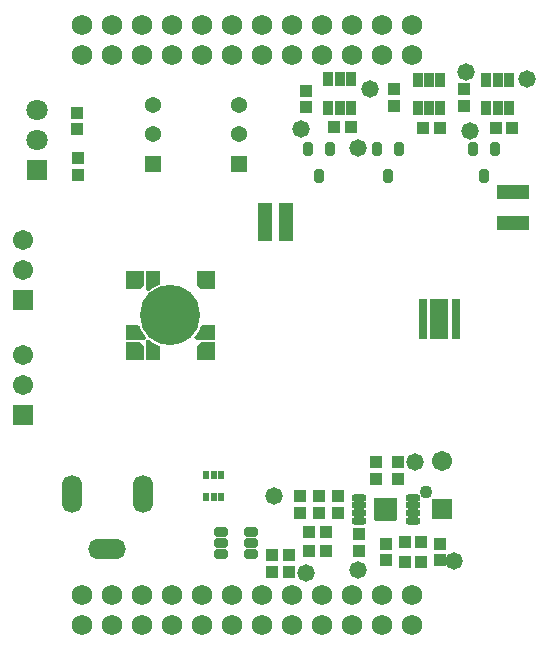
<source format=gts>
G04*
G04 #@! TF.GenerationSoftware,Altium Limited,Altium Designer,23.2.1 (34)*
G04*
G04 Layer_Color=8388736*
%FSLAX44Y44*%
%MOMM*%
G71*
G04*
G04 #@! TF.SameCoordinates,98CE878A-1806-4984-BA15-9BEB6A1E334D*
G04*
G04*
G04 #@! TF.FilePolarity,Negative*
G04*
G01*
G75*
%ADD26R,1.1500X3.2000*%
%ADD37R,1.5032X3.5032*%
%ADD38R,1.1032X1.0032*%
G04:AMPARAMS|DCode=39|XSize=0.6132mm|YSize=1.2232mm|CornerRadius=0.2041mm|HoleSize=0mm|Usage=FLASHONLY|Rotation=90.000|XOffset=0mm|YOffset=0mm|HoleType=Round|Shape=RoundedRectangle|*
%AMROUNDEDRECTD39*
21,1,0.6132,0.8150,0,0,90.0*
21,1,0.2050,1.2232,0,0,90.0*
1,1,0.4082,0.4075,0.1025*
1,1,0.4082,0.4075,-0.1025*
1,1,0.4082,-0.4075,-0.1025*
1,1,0.4082,-0.4075,0.1025*
%
%ADD39ROUNDEDRECTD39*%
%ADD40R,0.6032X0.7032*%
%ADD41C,5.1002*%
%ADD42R,0.7032X3.5032*%
%ADD43R,2.8032X1.3032*%
G04:AMPARAMS|DCode=44|XSize=0.8032mm|YSize=1.2032mm|CornerRadius=0.1766mm|HoleSize=0mm|Usage=FLASHONLY|Rotation=180.000|XOffset=0mm|YOffset=0mm|HoleType=Round|Shape=RoundedRectangle|*
%AMROUNDEDRECTD44*
21,1,0.8032,0.8500,0,0,180.0*
21,1,0.4500,1.2032,0,0,180.0*
1,1,0.3532,-0.2250,0.4250*
1,1,0.3532,0.2250,0.4250*
1,1,0.3532,0.2250,-0.4250*
1,1,0.3532,-0.2250,-0.4250*
%
%ADD44ROUNDEDRECTD44*%
%ADD45R,0.8532X1.3032*%
%ADD46R,1.0032X1.1032*%
G04:AMPARAMS|DCode=47|XSize=0.8032mm|YSize=1.2032mm|CornerRadius=0.1766mm|HoleSize=0mm|Usage=FLASHONLY|Rotation=90.000|XOffset=0mm|YOffset=0mm|HoleType=Round|Shape=RoundedRectangle|*
%AMROUNDEDRECTD47*
21,1,0.8032,0.8500,0,0,90.0*
21,1,0.4500,1.2032,0,0,90.0*
1,1,0.3532,0.4250,0.2250*
1,1,0.3532,0.4250,-0.2250*
1,1,0.3532,-0.4250,-0.2250*
1,1,0.3532,-0.4250,0.2250*
%
%ADD47ROUNDEDRECTD47*%
%ADD48C,1.8032*%
%ADD49R,1.8032X1.8032*%
%ADD50C,1.3716*%
%ADD51R,1.3716X1.3716*%
%ADD52R,1.7032X1.7032*%
%ADD53C,1.7032*%
%ADD54C,1.7272*%
%ADD55O,1.7032X3.2032*%
%ADD56O,3.2032X1.7032*%
%ADD57C,0.9032*%
%ADD58C,0.8032*%
%ADD59C,1.2032*%
%ADD60C,1.4732*%
%ADD61C,1.1032*%
G36*
X203888Y302729D02*
X192388D01*
X188888Y306229D01*
Y317729D01*
X203888D01*
Y302729D01*
D02*
G37*
G36*
X143888Y306229D02*
X140388Y302729D01*
X128888D01*
Y317729D01*
X143888D01*
Y306229D01*
D02*
G37*
G36*
X157888Y307680D02*
X157885Y307575D01*
X157877Y307470D01*
X157863Y307367D01*
X157844Y307264D01*
X157820Y307162D01*
X157790Y307061D01*
X157755Y306963D01*
X157715Y306866D01*
X157670Y306772D01*
X157620Y306679D01*
X157565Y306590D01*
X157506Y306504D01*
X157442Y306421D01*
X157374Y306341D01*
X157302Y306265D01*
X157226Y306193D01*
X157147Y306125D01*
X157063Y306061D01*
X156977Y306002D01*
X156888Y305947D01*
X156796Y305898D01*
X156701Y305852D01*
X156605Y305812D01*
X156506Y305777D01*
X156405Y305748D01*
X156304Y305723D01*
X156201Y305704D01*
X156097Y305690D01*
X155993Y305682D01*
X155888Y305679D01*
X155708Y305605D01*
X155414Y305480D01*
X155122Y305352D01*
X154832Y305219D01*
X154543Y305084D01*
X154256Y304945D01*
X153971Y304802D01*
X153687Y304656D01*
X153406Y304507D01*
X153126Y304354D01*
X152848Y304198D01*
X152572Y304038D01*
X152297Y303875D01*
X152025Y303708D01*
X151755Y303539D01*
X151488Y303366D01*
X151222Y303189D01*
X150958Y303010D01*
X150697Y302827D01*
X150437Y302641D01*
X150181Y302452D01*
X149926Y302260D01*
X149674Y302065D01*
X149424Y301867D01*
X149177Y301665D01*
X148932Y301461D01*
X148690Y301254D01*
X148450Y301043D01*
X148213Y300830D01*
X147888Y300529D01*
X147783Y300532D01*
X147679Y300540D01*
X147575Y300554D01*
X147472Y300573D01*
X147370Y300598D01*
X147270Y300627D01*
X147171Y300662D01*
X147074Y300702D01*
X146980Y300748D01*
X146888Y300797D01*
X146799Y300852D01*
X146712Y300911D01*
X146629Y300975D01*
X146550Y301043D01*
X146474Y301115D01*
X146402Y301191D01*
X146334Y301271D01*
X146270Y301354D01*
X146210Y301440D01*
X146156Y301530D01*
X146106Y301621D01*
X146061Y301716D01*
X146021Y301813D01*
X145986Y301911D01*
X145956Y302012D01*
X145932Y302114D01*
X145913Y302217D01*
X145899Y302320D01*
X145891Y302425D01*
X145888Y302530D01*
Y317729D01*
X157888D01*
Y307680D01*
D02*
G37*
G36*
X203888Y259729D02*
X188688D01*
X188583Y259732D01*
X188479Y259740D01*
X188375Y259754D01*
X188272Y259773D01*
X188170Y259798D01*
X188070Y259827D01*
X187971Y259862D01*
X187874Y259902D01*
X187780Y259947D01*
X187688Y259997D01*
X187599Y260052D01*
X187512Y260111D01*
X187429Y260175D01*
X187350Y260243D01*
X187274Y260315D01*
X187202Y260391D01*
X187134Y260471D01*
X187070Y260554D01*
X187010Y260640D01*
X186956Y260730D01*
X186906Y260821D01*
X186861Y260916D01*
X186821Y261013D01*
X186786Y261111D01*
X186756Y261212D01*
X186732Y261314D01*
X186712Y261417D01*
X186699Y261520D01*
X186691Y261625D01*
X186688Y261730D01*
X186989Y262054D01*
X187202Y262292D01*
X187412Y262531D01*
X187619Y262774D01*
X187824Y263018D01*
X188025Y263266D01*
X188223Y263515D01*
X188419Y263768D01*
X188611Y264022D01*
X188800Y264279D01*
X188986Y264538D01*
X189168Y264800D01*
X189348Y265063D01*
X189524Y265329D01*
X189697Y265597D01*
X189867Y265867D01*
X190033Y266139D01*
X190196Y266413D01*
X190356Y266689D01*
X190512Y266967D01*
X190665Y267247D01*
X190815Y267529D01*
X190961Y267812D01*
X191103Y268098D01*
X191242Y268385D01*
X191378Y268673D01*
X191510Y268964D01*
X191638Y269256D01*
X191763Y269549D01*
X191838Y269729D01*
X191841Y269834D01*
X191849Y269939D01*
X191863Y270042D01*
X191882Y270145D01*
X191906Y270247D01*
X191936Y270347D01*
X191971Y270446D01*
X192011Y270543D01*
X192056Y270637D01*
X192106Y270730D01*
X192161Y270819D01*
X192220Y270905D01*
X192284Y270988D01*
X192352Y271068D01*
X192424Y271144D01*
X192500Y271216D01*
X192579Y271284D01*
X192662Y271348D01*
X192749Y271407D01*
X192838Y271462D01*
X192930Y271511D01*
X193024Y271557D01*
X193121Y271597D01*
X193220Y271632D01*
X193320Y271661D01*
X193422Y271686D01*
X193525Y271705D01*
X193629Y271719D01*
X193733Y271727D01*
X193838Y271730D01*
X203888D01*
Y259729D01*
D02*
G37*
G36*
X139043Y271727D02*
X139147Y271719D01*
X139251Y271705D01*
X139354Y271686D01*
X139455Y271661D01*
X139556Y271632D01*
X139655Y271597D01*
X139751Y271557D01*
X139846Y271511D01*
X139938Y271462D01*
X140027Y271407D01*
X140113Y271348D01*
X140197Y271284D01*
X140276Y271216D01*
X140352Y271144D01*
X140424Y271068D01*
X140492Y270988D01*
X140556Y270905D01*
X140615Y270819D01*
X140670Y270730D01*
X140720Y270637D01*
X140765Y270543D01*
X140805Y270446D01*
X140840Y270347D01*
X140870Y270247D01*
X140894Y270145D01*
X140913Y270042D01*
X140927Y269939D01*
X140935Y269834D01*
X140938Y269729D01*
X141013Y269549D01*
X141137Y269256D01*
X141266Y268964D01*
X141398Y268673D01*
X141533Y268385D01*
X141672Y268098D01*
X141815Y267812D01*
X141961Y267529D01*
X142111Y267247D01*
X142263Y266967D01*
X142420Y266689D01*
X142579Y266413D01*
X142743Y266139D01*
X142909Y265867D01*
X143079Y265597D01*
X143252Y265329D01*
X143428Y265063D01*
X143607Y264800D01*
X143790Y264538D01*
X143976Y264279D01*
X144165Y264022D01*
X144357Y263768D01*
X144552Y263515D01*
X144751Y263266D01*
X144952Y263018D01*
X145156Y262774D01*
X145364Y262531D01*
X145574Y262292D01*
X145787Y262054D01*
X146088Y261730D01*
X146085Y261625D01*
X146077Y261520D01*
X146063Y261417D01*
X146044Y261314D01*
X146020Y261212D01*
X145990Y261111D01*
X145955Y261013D01*
X145915Y260916D01*
X145870Y260821D01*
X145820Y260730D01*
X145765Y260640D01*
X145706Y260554D01*
X145642Y260471D01*
X145574Y260391D01*
X145502Y260315D01*
X145426Y260243D01*
X145346Y260175D01*
X145264Y260111D01*
X145177Y260052D01*
X145088Y259997D01*
X144996Y259947D01*
X144901Y259902D01*
X144805Y259862D01*
X144706Y259827D01*
X144606Y259798D01*
X144504Y259773D01*
X144401Y259754D01*
X144297Y259740D01*
X144192Y259732D01*
X144088Y259729D01*
X128888D01*
Y271730D01*
X138938D01*
X139043Y271727D01*
D02*
G37*
G36*
X203888Y242729D02*
X188888D01*
Y254230D01*
X192388Y257729D01*
X203888D01*
Y242729D01*
D02*
G37*
G36*
X148213Y259629D02*
X148450Y259416D01*
X148690Y259205D01*
X148932Y258998D01*
X149177Y258794D01*
X149424Y258592D01*
X149674Y258394D01*
X149926Y258199D01*
X150181Y258007D01*
X150437Y257817D01*
X150697Y257632D01*
X150958Y257449D01*
X151222Y257269D01*
X151488Y257093D01*
X151755Y256920D01*
X152025Y256751D01*
X152297Y256584D01*
X152572Y256421D01*
X152848Y256261D01*
X153126Y256105D01*
X153406Y255952D01*
X153687Y255803D01*
X153971Y255657D01*
X154256Y255514D01*
X154543Y255375D01*
X154832Y255240D01*
X155122Y255107D01*
X155414Y254979D01*
X155708Y254854D01*
X155888Y254779D01*
X155993Y254777D01*
X156097Y254769D01*
X156201Y254755D01*
X156304Y254736D01*
X156405Y254711D01*
X156506Y254682D01*
X156605Y254647D01*
X156701Y254607D01*
X156796Y254562D01*
X156888Y254512D01*
X156977Y254457D01*
X157063Y254398D01*
X157147Y254334D01*
X157226Y254266D01*
X157302Y254194D01*
X157374Y254118D01*
X157442Y254038D01*
X157506Y253955D01*
X157565Y253869D01*
X157620Y253780D01*
X157670Y253687D01*
X157715Y253593D01*
X157755Y253496D01*
X157790Y253398D01*
X157820Y253297D01*
X157844Y253195D01*
X157863Y253092D01*
X157877Y252988D01*
X157885Y252884D01*
X157888Y252780D01*
Y242729D01*
X145888D01*
Y257929D01*
X145891Y258034D01*
X145899Y258139D01*
X145913Y258242D01*
X145932Y258345D01*
X145956Y258447D01*
X145986Y258547D01*
X146021Y258646D01*
X146061Y258743D01*
X146106Y258838D01*
X146156Y258930D01*
X146210Y259019D01*
X146270Y259105D01*
X146334Y259188D01*
X146402Y259268D01*
X146474Y259344D01*
X146550Y259416D01*
X146629Y259484D01*
X146712Y259548D01*
X146799Y259607D01*
X146888Y259662D01*
X146980Y259711D01*
X147074Y259757D01*
X147171Y259797D01*
X147270Y259832D01*
X147370Y259861D01*
X147472Y259886D01*
X147575Y259905D01*
X147679Y259918D01*
X147783Y259927D01*
X147888Y259930D01*
X148213Y259629D01*
D02*
G37*
G36*
X143888Y254230D02*
Y242729D01*
X128888D01*
Y257729D01*
X140388D01*
X143888Y254230D01*
D02*
G37*
G36*
X357508Y126028D02*
X357641Y126019D01*
X357771Y125993D01*
X357897Y125951D01*
X358017Y125892D01*
X358128Y125818D01*
X358228Y125730D01*
X358316Y125630D01*
X358390Y125519D01*
X358448Y125400D01*
X358491Y125273D01*
X358517Y125143D01*
X358526Y125010D01*
X358526Y107533D01*
X358517Y107400D01*
X358491Y107269D01*
X358448Y107143D01*
X358390Y107024D01*
X358316Y106913D01*
X358228Y106813D01*
X358128Y106725D01*
X358017Y106651D01*
X357897Y106592D01*
X357771Y106550D01*
X357641Y106524D01*
X357508Y106515D01*
X340031Y106515D01*
X339898Y106524D01*
X339767Y106550D01*
X339641Y106592D01*
X339522Y106651D01*
X339411Y106725D01*
X339311Y106813D01*
X339223Y106913D01*
X339149Y107024D01*
X339090Y107143D01*
X339047Y107270D01*
X339021Y107400D01*
X339013Y107533D01*
X339013Y125010D01*
X339021Y125143D01*
X339047Y125274D01*
X339090Y125400D01*
X339149Y125519D01*
X339223Y125630D01*
X339311Y125730D01*
X339411Y125818D01*
X339522Y125892D01*
X339641Y125951D01*
X339767Y125993D01*
X339898Y126019D01*
X340031Y126028D01*
X357508Y126028D01*
D02*
G37*
D26*
X263948Y358973D02*
D03*
X246448D02*
D03*
D37*
X394051Y277404D02*
D03*
D38*
X87520Y451884D02*
D03*
Y437883D02*
D03*
X88055Y413281D02*
D03*
Y399281D02*
D03*
X281211Y470266D02*
D03*
Y456265D02*
D03*
X415099Y457670D02*
D03*
Y471670D02*
D03*
X356026Y457670D02*
D03*
Y471670D02*
D03*
X292566Y127305D02*
D03*
Y113305D02*
D03*
X359178Y155849D02*
D03*
Y141849D02*
D03*
X340788Y141695D02*
D03*
Y155695D02*
D03*
X394723Y86795D02*
D03*
Y72795D02*
D03*
X348718D02*
D03*
Y86795D02*
D03*
X325979Y81046D02*
D03*
Y95046D02*
D03*
X276522Y113305D02*
D03*
Y127305D02*
D03*
X308611D02*
D03*
Y113305D02*
D03*
D39*
X326029Y106318D02*
D03*
Y112818D02*
D03*
Y119318D02*
D03*
Y125818D02*
D03*
X372029D02*
D03*
Y119318D02*
D03*
Y112818D02*
D03*
Y106318D02*
D03*
D40*
X196485Y145493D02*
D03*
X202985D02*
D03*
X209485D02*
D03*
Y126493D02*
D03*
X202985D02*
D03*
X196485D02*
D03*
D41*
X166388Y280229D02*
D03*
D42*
X408051Y277404D02*
D03*
X380051D02*
D03*
D43*
X456448Y385057D02*
D03*
Y358057D02*
D03*
D44*
X301672Y421055D02*
D03*
X282672D02*
D03*
X292172Y398055D02*
D03*
X431840Y398153D02*
D03*
X422340Y421153D02*
D03*
X441340D02*
D03*
X350486Y398153D02*
D03*
X340986Y421153D02*
D03*
X359986D02*
D03*
D45*
X319194Y480047D02*
D03*
X309694D02*
D03*
X300194D02*
D03*
X319194Y456047D02*
D03*
X300194D02*
D03*
X309694D02*
D03*
X434049Y455871D02*
D03*
X443549D02*
D03*
X453049D02*
D03*
Y479871D02*
D03*
X443549D02*
D03*
X434049D02*
D03*
X375903Y455871D02*
D03*
X385403D02*
D03*
X394902D02*
D03*
Y479871D02*
D03*
X385403D02*
D03*
X375903D02*
D03*
D46*
X319029Y439955D02*
D03*
X305029D02*
D03*
X394468Y438824D02*
D03*
X380467D02*
D03*
X456076D02*
D03*
X442076D02*
D03*
X252643Y77212D02*
D03*
X266643D02*
D03*
X252643Y62901D02*
D03*
X266643D02*
D03*
X283899Y96536D02*
D03*
X297899D02*
D03*
X378804Y88560D02*
D03*
X364804D02*
D03*
X378839Y71535D02*
D03*
X364839D02*
D03*
X284003Y80521D02*
D03*
X298003D02*
D03*
D47*
X209135Y78057D02*
D03*
X235135Y97056D02*
D03*
Y87557D02*
D03*
Y78057D02*
D03*
X209135Y97056D02*
D03*
Y87557D02*
D03*
D48*
X53135Y454094D02*
D03*
Y428694D02*
D03*
D49*
Y403293D02*
D03*
D50*
X152127Y433763D02*
D03*
Y458763D02*
D03*
X224514Y433763D02*
D03*
Y458763D02*
D03*
D51*
X152127Y408763D02*
D03*
X224514D02*
D03*
D52*
X41785Y195845D02*
D03*
Y292846D02*
D03*
X396851Y116049D02*
D03*
D53*
X41785Y221245D02*
D03*
Y246645D02*
D03*
Y318246D02*
D03*
Y343646D02*
D03*
X396851Y157120D02*
D03*
D54*
X370762Y525841D02*
D03*
X345362D02*
D03*
X319962D02*
D03*
X294562D02*
D03*
X269162D02*
D03*
X243762D02*
D03*
X218362D02*
D03*
X192962D02*
D03*
X167562D02*
D03*
X142162D02*
D03*
X116762D02*
D03*
X91362D02*
D03*
X370762Y500441D02*
D03*
X345362D02*
D03*
X319962D02*
D03*
X294562D02*
D03*
X269162D02*
D03*
X243762D02*
D03*
X218362D02*
D03*
X192962D02*
D03*
X167562D02*
D03*
X142162D02*
D03*
X116762D02*
D03*
X91362D02*
D03*
Y17841D02*
D03*
X116762D02*
D03*
X142162D02*
D03*
X167562D02*
D03*
X192962D02*
D03*
X218362D02*
D03*
X243762D02*
D03*
X269162D02*
D03*
X294562D02*
D03*
X319962D02*
D03*
X345362D02*
D03*
X370762D02*
D03*
X91362Y43241D02*
D03*
X142162D02*
D03*
X167562D02*
D03*
X192962D02*
D03*
X218362D02*
D03*
X243762D02*
D03*
X269162D02*
D03*
X294562D02*
D03*
X319962D02*
D03*
X345362D02*
D03*
X370762D02*
D03*
X116762D02*
D03*
D55*
X143124Y129044D02*
D03*
X83124D02*
D03*
D56*
X113124Y82043D02*
D03*
D57*
X394051Y289088D02*
D03*
D58*
Y277638D02*
D03*
X394097Y266099D02*
D03*
D59*
X155100Y274828D02*
D03*
X166380Y291068D02*
D03*
X176117Y274838D02*
D03*
D60*
X325686Y422291D02*
D03*
X335883Y472102D02*
D03*
X420537Y436298D02*
D03*
X277386Y438055D02*
D03*
X468254Y480534D02*
D03*
X416678Y486613D02*
D03*
X254540Y127254D02*
D03*
X281635Y61831D02*
D03*
X325568Y64650D02*
D03*
X348713Y116226D02*
D03*
X373751Y156145D02*
D03*
X406757Y72413D02*
D03*
D61*
X383111Y130979D02*
D03*
M02*

</source>
